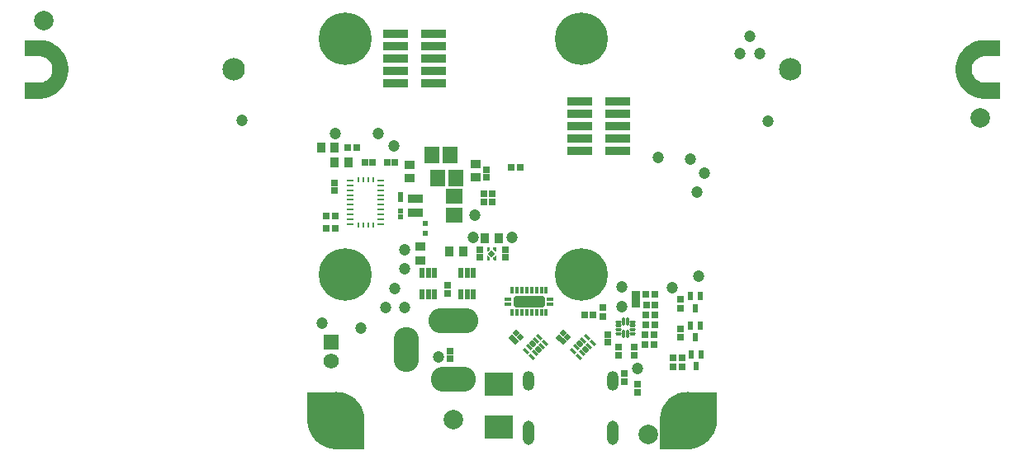
<source format=gts>
G04*
G04 #@! TF.GenerationSoftware,Altium Limited,Altium Designer,21.2.2 (38)*
G04*
G04 Layer_Color=8388736*
%FSLAX44Y44*%
%MOMM*%
G71*
G04*
G04 #@! TF.SameCoordinates,7DE52ADD-D511-46D7-88EF-845C79EBAF95*
G04*
G04*
G04 #@! TF.FilePolarity,Negative*
G04*
G01*
G75*
%ADD14C,0.1000*%
%ADD24R,0.6750X0.2500*%
%ADD25R,0.2500X0.5750*%
%ADD27R,0.1500X0.1500*%
%ADD29R,0.1500X0.1500*%
%ADD42R,0.8232X0.8232*%
%ADD43R,0.5232X0.5632*%
%ADD44R,0.9032X1.1032*%
%ADD45R,0.6532X0.7532*%
%ADD46R,1.1032X0.9032*%
%ADD47R,0.7232X0.7232*%
%ADD48R,0.7232X0.7232*%
%ADD49C,1.2032*%
%ADD50R,2.9462X2.3622*%
%ADD51C,2.0000*%
%ADD52R,1.6032X0.9532*%
%ADD53R,0.5532X1.0532*%
%ADD54P,0.8202X4X360.0*%
%ADD55R,1.7032X1.5032*%
%ADD56R,1.5032X1.7032*%
G04:AMPARAMS|DCode=57|XSize=0.3mm|YSize=0.8mm|CornerRadius=0.1mm|HoleSize=0mm|Usage=FLASHONLY|Rotation=180.000|XOffset=0mm|YOffset=0mm|HoleType=Round|Shape=RoundedRectangle|*
%AMROUNDEDRECTD57*
21,1,0.3000,0.6000,0,0,180.0*
21,1,0.1000,0.8000,0,0,180.0*
1,1,0.2000,-0.0500,0.3000*
1,1,0.2000,0.0500,0.3000*
1,1,0.2000,0.0500,-0.3000*
1,1,0.2000,-0.0500,-0.3000*
%
%ADD57ROUNDEDRECTD57*%
G04:AMPARAMS|DCode=58|XSize=0.3mm|YSize=0.6mm|CornerRadius=0.1mm|HoleSize=0mm|Usage=FLASHONLY|Rotation=270.000|XOffset=0mm|YOffset=0mm|HoleType=Round|Shape=RoundedRectangle|*
%AMROUNDEDRECTD58*
21,1,0.3000,0.4000,0,0,270.0*
21,1,0.1000,0.6000,0,0,270.0*
1,1,0.2000,-0.2000,-0.0500*
1,1,0.2000,-0.2000,0.0500*
1,1,0.2000,0.2000,0.0500*
1,1,0.2000,0.2000,-0.0500*
%
%ADD58ROUNDEDRECTD58*%
G04:AMPARAMS|DCode=59|XSize=0.39mm|YSize=0.74mm|CornerRadius=0.095mm|HoleSize=0mm|Usage=FLASHONLY|Rotation=0.000|XOffset=0mm|YOffset=0mm|HoleType=Round|Shape=RoundedRectangle|*
%AMROUNDEDRECTD59*
21,1,0.3900,0.5500,0,0,0.0*
21,1,0.2000,0.7400,0,0,0.0*
1,1,0.1900,0.1000,-0.2750*
1,1,0.1900,-0.1000,-0.2750*
1,1,0.1900,-0.1000,0.2750*
1,1,0.1900,0.1000,0.2750*
%
%ADD59ROUNDEDRECTD59*%
G04:AMPARAMS|DCode=60|XSize=0.39mm|YSize=0.74mm|CornerRadius=0.095mm|HoleSize=0mm|Usage=FLASHONLY|Rotation=270.000|XOffset=0mm|YOffset=0mm|HoleType=Round|Shape=RoundedRectangle|*
%AMROUNDEDRECTD60*
21,1,0.3900,0.5500,0,0,270.0*
21,1,0.2000,0.7400,0,0,270.0*
1,1,0.1900,-0.2750,-0.1000*
1,1,0.1900,-0.2750,0.1000*
1,1,0.1900,0.2750,0.1000*
1,1,0.1900,0.2750,-0.1000*
%
%ADD60ROUNDEDRECTD60*%
G04:AMPARAMS|DCode=61|XSize=1.14mm|YSize=3.14mm|CornerRadius=0.12mm|HoleSize=0mm|Usage=FLASHONLY|Rotation=270.000|XOffset=0mm|YOffset=0mm|HoleType=Round|Shape=RoundedRectangle|*
%AMROUNDEDRECTD61*
21,1,1.1400,2.9000,0,0,270.0*
21,1,0.9000,3.1400,0,0,270.0*
1,1,0.2400,-1.4500,-0.4500*
1,1,0.2400,-1.4500,0.4500*
1,1,0.2400,1.4500,0.4500*
1,1,0.2400,1.4500,-0.4500*
%
%ADD61ROUNDEDRECTD61*%
%ADD62R,0.7532X0.6532*%
%ADD63R,0.5032X0.9132*%
G04:AMPARAMS|DCode=64|XSize=0.34mm|YSize=0.705mm|CornerRadius=0.12mm|HoleSize=0mm|Usage=FLASHONLY|Rotation=225.000|XOffset=0mm|YOffset=0mm|HoleType=Round|Shape=RoundedRectangle|*
%AMROUNDEDRECTD64*
21,1,0.3400,0.4650,0,0,225.0*
21,1,0.1000,0.7050,0,0,225.0*
1,1,0.2400,-0.1998,0.1291*
1,1,0.2400,-0.1291,0.1998*
1,1,0.2400,0.1998,-0.1291*
1,1,0.2400,0.1291,-0.1998*
%
%ADD64ROUNDEDRECTD64*%
G04:AMPARAMS|DCode=65|XSize=0.54mm|YSize=0.705mm|CornerRadius=0.12mm|HoleSize=0mm|Usage=FLASHONLY|Rotation=225.000|XOffset=0mm|YOffset=0mm|HoleType=Round|Shape=RoundedRectangle|*
%AMROUNDEDRECTD65*
21,1,0.5400,0.4650,0,0,225.0*
21,1,0.3000,0.7050,0,0,225.0*
1,1,0.2400,-0.2705,0.0583*
1,1,0.2400,-0.0583,0.2705*
1,1,0.2400,0.2705,-0.0583*
1,1,0.2400,0.0583,-0.2705*
%
%ADD65ROUNDEDRECTD65*%
G04:AMPARAMS|DCode=66|XSize=0.5232mm|YSize=0.5632mm|CornerRadius=0mm|HoleSize=0mm|Usage=FLASHONLY|Rotation=225.000|XOffset=0mm|YOffset=0mm|HoleType=Round|Shape=Rectangle|*
%AMROTATEDRECTD66*
4,1,4,-0.0141,0.3841,0.3841,-0.0141,0.0141,-0.3841,-0.3841,0.0141,-0.0141,0.3841,0.0*
%
%ADD66ROTATEDRECTD66*%

%ADD67R,2.6032X0.9632*%
%ADD68C,5.7032*%
%ADD69O,2.6000X4.6000*%
%ADD70O,5.1000X2.6000*%
%ADD71O,4.6000X2.6000*%
%ADD72C,2.0032*%
%ADD73C,5.4000*%
%ADD74O,1.2000X2.0000*%
%ADD75O,1.2000X2.5000*%
%ADD76R,1.5712X1.5712*%
%ADD77C,1.5712*%
%ADD78C,2.3032*%
%ADD79C,0.6096*%
%ADD80C,0.6080*%
G36*
X500000Y13750D02*
X485000D01*
X483652Y13684D01*
X481009Y13158D01*
X478518Y12126D01*
X476277Y10629D01*
X474371Y8723D01*
X472874Y6482D01*
X471842Y3991D01*
X471316Y1348D01*
X471250Y0D01*
Y-0D01*
X471316Y-1348D01*
X471842Y-3992D01*
X472874Y-6482D01*
X474371Y-8723D01*
X476277Y-10629D01*
X478518Y-12126D01*
X481009Y-13158D01*
X483652Y-13684D01*
X485000Y-13750D01*
X500000D01*
Y-30000D01*
X483008D01*
X479112Y-29487D01*
X475317Y-28470D01*
X471687Y-26967D01*
X468285Y-25002D01*
X465168Y-22610D01*
X462389Y-19832D01*
X459998Y-16715D01*
X458033Y-13313D01*
X456530Y-9683D01*
X455513Y-5888D01*
X455000Y-1992D01*
Y-28D01*
Y28D01*
Y1992D01*
X455513Y5888D01*
X456530Y9683D01*
X458033Y13313D01*
X459998Y16715D01*
X462389Y19832D01*
X465168Y22610D01*
X468285Y25002D01*
X471687Y26967D01*
X475317Y28470D01*
X479112Y29487D01*
X483008Y30000D01*
X500000D01*
Y13750D01*
D02*
G37*
G36*
X-479112Y29487D02*
X-475317Y28470D01*
X-471687Y26967D01*
X-468285Y25002D01*
X-465168Y22610D01*
X-462389Y19832D01*
X-459998Y16715D01*
X-458033Y13313D01*
X-456530Y9683D01*
X-455513Y5888D01*
X-455000Y1992D01*
Y28D01*
Y-28D01*
Y-1992D01*
X-455513Y-5888D01*
X-456530Y-9683D01*
X-458033Y-13313D01*
X-459998Y-16715D01*
X-462389Y-19832D01*
X-465168Y-22610D01*
X-468285Y-25002D01*
X-471687Y-26967D01*
X-475317Y-28470D01*
X-479112Y-29487D01*
X-483008Y-30000D01*
X-500000D01*
Y-13750D01*
X-485000D01*
X-483652Y-13684D01*
X-481009Y-13158D01*
X-478518Y-12126D01*
X-476277Y-10629D01*
X-474371Y-8723D01*
X-472874Y-6482D01*
X-471842Y-3992D01*
X-471316Y-1348D01*
X-471250Y-0D01*
Y0D01*
X-471316Y1348D01*
X-471842Y3991D01*
X-472874Y6482D01*
X-474371Y8723D01*
X-476277Y10629D01*
X-478518Y12126D01*
X-481009Y13158D01*
X-483652Y13684D01*
X-485000Y13750D01*
X-500000D01*
Y30000D01*
X-483008D01*
X-479112Y29487D01*
D02*
G37*
G36*
X-16552Y-182757D02*
X-16458Y-182786D01*
X-16371Y-182832D01*
X-16295Y-182895D01*
X-16232Y-182971D01*
X-16186Y-183058D01*
X-16157Y-183152D01*
X-16148Y-183250D01*
Y-186850D01*
X-16157Y-186948D01*
X-16186Y-187042D01*
X-16232Y-187129D01*
X-16295Y-187205D01*
X-16371Y-187268D01*
X-16458Y-187314D01*
X-16552Y-187343D01*
X-16650Y-187352D01*
X-16950D01*
X-16950Y-187352D01*
X-17039Y-187344D01*
X-17048Y-187343D01*
X-17142Y-187314D01*
X-17229Y-187268D01*
X-17271Y-187233D01*
X-17305Y-187205D01*
X-17305Y-187205D01*
X-19105Y-185405D01*
X-19168Y-185329D01*
X-19214Y-185242D01*
X-19221Y-185220D01*
X-19243Y-185148D01*
X-19247Y-185099D01*
X-19252Y-185050D01*
X-19252Y-185050D01*
Y-183250D01*
X-19243Y-183152D01*
X-19214Y-183058D01*
X-19168Y-182971D01*
X-19105Y-182895D01*
X-19029Y-182832D01*
X-18942Y-182786D01*
X-18848Y-182757D01*
X-18750Y-182748D01*
X-16650D01*
X-16552Y-182757D01*
D02*
G37*
G36*
X-23052D02*
X-22958Y-182786D01*
X-22871Y-182832D01*
X-22795Y-182895D01*
X-22732Y-182971D01*
X-22686Y-183058D01*
X-22657Y-183152D01*
X-22648Y-183250D01*
Y-185050D01*
X-22648Y-185050D01*
X-22652Y-185099D01*
X-22657Y-185148D01*
X-22679Y-185220D01*
X-22686Y-185242D01*
X-22732Y-185329D01*
X-22795Y-185405D01*
X-24595Y-187205D01*
X-24595Y-187205D01*
X-24629Y-187233D01*
X-24671Y-187268D01*
X-24758Y-187314D01*
X-24852Y-187343D01*
X-24861Y-187344D01*
X-24950Y-187352D01*
X-24950Y-187352D01*
X-25250D01*
X-25348Y-187343D01*
X-25442Y-187314D01*
X-25529Y-187268D01*
X-25605Y-187205D01*
X-25668Y-187129D01*
X-25714Y-187042D01*
X-25743Y-186948D01*
X-25752Y-186850D01*
Y-183250D01*
X-25743Y-183152D01*
X-25714Y-183058D01*
X-25668Y-182971D01*
X-25605Y-182895D01*
X-25529Y-182832D01*
X-25442Y-182786D01*
X-25348Y-182757D01*
X-25250Y-182748D01*
X-23150D01*
X-23052Y-182757D01*
D02*
G37*
G36*
X-16552Y-191357D02*
X-16458Y-191386D01*
X-16371Y-191432D01*
X-16295Y-191495D01*
X-16232Y-191571D01*
X-16186Y-191658D01*
X-16157Y-191752D01*
X-16148Y-191850D01*
Y-195450D01*
X-16157Y-195548D01*
X-16186Y-195642D01*
X-16232Y-195729D01*
X-16295Y-195805D01*
X-16371Y-195868D01*
X-16458Y-195914D01*
X-16552Y-195943D01*
X-16650Y-195952D01*
X-18750D01*
X-18848Y-195943D01*
X-18942Y-195914D01*
X-19029Y-195868D01*
X-19105Y-195805D01*
X-19168Y-195729D01*
X-19214Y-195642D01*
X-19243Y-195548D01*
X-19252Y-195450D01*
Y-193650D01*
X-19252Y-193650D01*
X-19248Y-193601D01*
X-19243Y-193552D01*
X-19221Y-193480D01*
X-19214Y-193458D01*
X-19168Y-193371D01*
X-19137Y-193333D01*
X-19105Y-193295D01*
X-19105Y-193295D01*
X-17305Y-191495D01*
X-17305Y-191495D01*
X-17229Y-191432D01*
X-17142Y-191386D01*
X-17120Y-191379D01*
X-17048Y-191357D01*
X-16950Y-191348D01*
X-16650D01*
X-16552Y-191357D01*
D02*
G37*
G36*
X-24852D02*
X-24780Y-191379D01*
X-24758Y-191386D01*
X-24671Y-191432D01*
X-24595Y-191495D01*
X-24595Y-191495D01*
X-22795Y-193295D01*
X-22795Y-193295D01*
X-22764Y-193333D01*
X-22732Y-193371D01*
X-22686Y-193458D01*
X-22679Y-193480D01*
X-22657Y-193552D01*
X-22652Y-193601D01*
X-22648Y-193650D01*
X-22648Y-193650D01*
Y-195450D01*
X-22657Y-195548D01*
X-22686Y-195642D01*
X-22732Y-195729D01*
X-22795Y-195805D01*
X-22871Y-195868D01*
X-22958Y-195914D01*
X-23052Y-195943D01*
X-23150Y-195952D01*
X-25250D01*
X-25348Y-195943D01*
X-25442Y-195914D01*
X-25529Y-195868D01*
X-25605Y-195805D01*
X-25668Y-195729D01*
X-25714Y-195642D01*
X-25743Y-195548D01*
X-25752Y-195450D01*
Y-191850D01*
X-25743Y-191752D01*
X-25714Y-191658D01*
X-25668Y-191571D01*
X-25605Y-191495D01*
X-25529Y-191432D01*
X-25442Y-191386D01*
X-25348Y-191357D01*
X-25250Y-191348D01*
X-24950D01*
X-24852Y-191357D01*
D02*
G37*
G36*
X210000Y-360000D02*
X210000Y-360000D01*
X210000Y-361966D01*
X209487Y-365865D01*
X208469Y-369664D01*
X206964Y-373297D01*
X204998Y-376703D01*
X202604Y-379823D01*
X199823Y-382604D01*
X196703Y-384998D01*
X193297Y-386964D01*
X189664Y-388469D01*
X185865Y-389487D01*
X181966Y-390000D01*
X180000Y-390000D01*
X151500D01*
X151500Y-359973D01*
X151500Y-359973D01*
X151500Y-358107D01*
X151987Y-354406D01*
X152953Y-350801D01*
X154382Y-347353D01*
X156248Y-344120D01*
X158520Y-341159D01*
X161159Y-338520D01*
X164120Y-336248D01*
X167353Y-334382D01*
X170801Y-332953D01*
X174406Y-331987D01*
X178106Y-331500D01*
X179973Y-331500D01*
X210000Y-331500D01*
X210000Y-360000D01*
D02*
G37*
G36*
X-179973Y-331500D02*
X-178106Y-331500D01*
X-174406Y-331987D01*
X-170801Y-332953D01*
X-167353Y-334382D01*
X-164120Y-336248D01*
X-161159Y-338520D01*
X-158520Y-341159D01*
X-156248Y-344120D01*
X-154382Y-347353D01*
X-152953Y-350801D01*
X-151987Y-354406D01*
X-151500Y-358107D01*
X-151500Y-359973D01*
X-151500Y-359973D01*
X-151500Y-390000D01*
X-155000D01*
X-180000Y-390000D01*
X-180000Y-390000D01*
X-181966Y-390000D01*
X-185865Y-389487D01*
X-189664Y-388469D01*
X-190728Y-388028D01*
X-193297Y-386964D01*
X-196703Y-384998D01*
X-199823Y-382604D01*
X-202604Y-379823D01*
X-204998Y-376703D01*
X-206964Y-373297D01*
X-208469Y-369664D01*
X-209487Y-365865D01*
X-210000Y-361966D01*
X-210000Y-360000D01*
Y-360000D01*
X-210000Y-331500D01*
X-179973Y-331500D01*
D02*
G37*
D14*
X180000Y-360000D02*
Y-337000D01*
D24*
X-134375Y-114125D02*
D03*
Y-159125D02*
D03*
Y-154125D02*
D03*
Y-149125D02*
D03*
Y-144125D02*
D03*
Y-139125D02*
D03*
Y-134125D02*
D03*
Y-129125D02*
D03*
Y-124125D02*
D03*
Y-119125D02*
D03*
X-165625Y-114125D02*
D03*
Y-119125D02*
D03*
Y-124125D02*
D03*
Y-129125D02*
D03*
Y-134125D02*
D03*
Y-139125D02*
D03*
Y-144125D02*
D03*
Y-149125D02*
D03*
Y-154125D02*
D03*
Y-159125D02*
D03*
D25*
X-157500Y-159750D02*
D03*
X-152500D02*
D03*
X-147500D02*
D03*
X-142500D02*
D03*
Y-113500D02*
D03*
X-147500D02*
D03*
X-152500D02*
D03*
X-157500D02*
D03*
D27*
X-24250Y-184250D02*
D03*
X-17650D02*
D03*
X-24250Y-194450D02*
D03*
D29*
X-17650D02*
D03*
D42*
X126963Y-231726D02*
D03*
Y-240726D02*
D03*
D43*
X-114000Y-134100D02*
D03*
Y-128500D02*
D03*
Y-145500D02*
D03*
Y-151100D02*
D03*
D44*
X-196000Y-80000D02*
D03*
X-182000D02*
D03*
X-168000Y-96000D02*
D03*
X-182000D02*
D03*
X-13950Y-173350D02*
D03*
X-27950D02*
D03*
X-64000Y-187000D02*
D03*
X-50000D02*
D03*
D45*
X-159500Y-80000D02*
D03*
X-168500D02*
D03*
X-181500Y-163000D02*
D03*
X-190500D02*
D03*
X-181500Y-151000D02*
D03*
X-190500D02*
D03*
X8500Y-100380D02*
D03*
X-500D02*
D03*
X136999Y-262498D02*
D03*
X145999D02*
D03*
X145499Y-272499D02*
D03*
X136499D02*
D03*
X136999Y-252498D02*
D03*
X145999D02*
D03*
X145499Y-282499D02*
D03*
X136499D02*
D03*
X83237Y-252616D02*
D03*
X74237D02*
D03*
X146500Y-231000D02*
D03*
X137500D02*
D03*
D46*
X-105001Y-98000D02*
D03*
Y-112000D02*
D03*
X-94000Y-196000D02*
D03*
Y-182000D02*
D03*
X-37000Y-111000D02*
D03*
Y-97000D02*
D03*
D47*
X-182000Y-124500D02*
D03*
Y-116500D02*
D03*
X-66000Y-222000D02*
D03*
Y-230000D02*
D03*
X-7000Y-193000D02*
D03*
Y-185000D02*
D03*
X-32950Y-185350D02*
D03*
Y-193350D02*
D03*
X-26000Y-103000D02*
D03*
Y-111000D02*
D03*
X-20000Y-136000D02*
D03*
Y-128000D02*
D03*
X-29000Y-136000D02*
D03*
Y-128000D02*
D03*
X98506Y-272387D02*
D03*
Y-280387D02*
D03*
X-63192Y-297402D02*
D03*
Y-289402D02*
D03*
D48*
X-143000Y-96000D02*
D03*
X-151000D02*
D03*
X-128000D02*
D03*
X-120000D02*
D03*
X137999Y-242499D02*
D03*
X145999D02*
D03*
D49*
X-194424Y-260500D02*
D03*
X-155000Y-265776D02*
D03*
X-137000Y-66000D02*
D03*
X-277000Y-52500D02*
D03*
X244000Y34000D02*
D03*
X149778Y-90273D02*
D03*
X254000Y16000D02*
D03*
X234000D02*
D03*
X262310Y-53000D02*
D03*
X183000Y-92000D02*
D03*
X196871Y-106567D02*
D03*
X190000Y-126000D02*
D03*
X-121000Y-79000D02*
D03*
X-181000Y-66000D02*
D03*
X-130000Y-245000D02*
D03*
X-120000Y-225000D02*
D03*
X-110000Y-205000D02*
D03*
X-39449Y-172798D02*
D03*
X-38000Y-150000D02*
D03*
X0Y-173000D02*
D03*
X-75739Y-295423D02*
D03*
X-110000Y-245000D02*
D03*
Y-185000D02*
D03*
X112482Y-243716D02*
D03*
X129000Y-307467D02*
D03*
X112482Y-223200D02*
D03*
X191194Y-212811D02*
D03*
X164000Y-224000D02*
D03*
D50*
X-13462Y-323594D02*
D03*
Y-367794D02*
D03*
D51*
X140000Y-375000D02*
D03*
X-480000Y50000D02*
D03*
X480000Y-50000D02*
D03*
D52*
X-98750Y-132750D02*
D03*
Y-147350D02*
D03*
D53*
X-52500Y-231000D02*
D03*
X-46000D02*
D03*
X-39500D02*
D03*
Y-209000D02*
D03*
X-46000D02*
D03*
X-52500D02*
D03*
X-92500Y-231000D02*
D03*
X-86000D02*
D03*
X-79500D02*
D03*
Y-209000D02*
D03*
X-86000D02*
D03*
X-92500D02*
D03*
D54*
X-20950Y-189350D02*
D03*
D55*
X-59000Y-130500D02*
D03*
Y-149500D02*
D03*
D56*
X-57500Y-112000D02*
D03*
X-76500D02*
D03*
X-63500Y-88000D02*
D03*
X-82500D02*
D03*
D57*
X114249Y-271998D02*
D03*
X118249D02*
D03*
Y-258998D02*
D03*
X114249D02*
D03*
D58*
X123748Y-271498D02*
D03*
Y-267498D02*
D03*
Y-263498D02*
D03*
Y-259498D02*
D03*
X108748D02*
D03*
Y-263498D02*
D03*
Y-267498D02*
D03*
Y-271498D02*
D03*
D59*
X30000Y-250000D02*
D03*
X35000D02*
D03*
X10000D02*
D03*
X15000D02*
D03*
X20000D02*
D03*
X25000D02*
D03*
X0D02*
D03*
X5000D02*
D03*
X0Y-227000D02*
D03*
X15000D02*
D03*
X20000D02*
D03*
X35000D02*
D03*
X10000D02*
D03*
X5000D02*
D03*
X30000D02*
D03*
X25000D02*
D03*
D60*
X39000Y-236000D02*
D03*
Y-241000D02*
D03*
X-4000D02*
D03*
Y-236000D02*
D03*
D61*
X17500Y-238500D02*
D03*
D62*
X173000Y-236500D02*
D03*
Y-245500D02*
D03*
Y-266500D02*
D03*
Y-275500D02*
D03*
X174000Y-296500D02*
D03*
Y-305500D02*
D03*
X165000Y-296500D02*
D03*
Y-305500D02*
D03*
X125000Y-285000D02*
D03*
Y-294000D02*
D03*
X109000Y-285000D02*
D03*
Y-294000D02*
D03*
X129000Y-332000D02*
D03*
Y-323000D02*
D03*
X115000Y-321000D02*
D03*
Y-312000D02*
D03*
X93432Y-244681D02*
D03*
Y-253681D02*
D03*
D63*
X188000Y-245100D02*
D03*
X183000Y-232900D02*
D03*
X193000D02*
D03*
X188000Y-275100D02*
D03*
X183000Y-262900D02*
D03*
X193000D02*
D03*
X189000Y-305100D02*
D03*
X184000Y-292900D02*
D03*
X194000D02*
D03*
D64*
X28119Y-274977D02*
D03*
X24583Y-278512D02*
D03*
X17512Y-285583D02*
D03*
X13977Y-289119D02*
D03*
X19881Y-295023D02*
D03*
X23417Y-291488D02*
D03*
X30488Y-284417D02*
D03*
X34023Y-280881D02*
D03*
X76619Y-274977D02*
D03*
X73083Y-278512D02*
D03*
X66012Y-285583D02*
D03*
X62477Y-289119D02*
D03*
X68381Y-295023D02*
D03*
X71917Y-291488D02*
D03*
X78988Y-284417D02*
D03*
X82523Y-280881D02*
D03*
D65*
X21048Y-282048D02*
D03*
X26952Y-287952D02*
D03*
X69548Y-282048D02*
D03*
X75452Y-287952D02*
D03*
D66*
X-391Y-275596D02*
D03*
X3568Y-279556D02*
D03*
X4109Y-271096D02*
D03*
X8068Y-275056D02*
D03*
X48194Y-275682D02*
D03*
X52154Y-279641D02*
D03*
X52694Y-271182D02*
D03*
X56654Y-275141D02*
D03*
D67*
X69281Y-32665D02*
D03*
X108281D02*
D03*
X69281D02*
D03*
Y-45365D02*
D03*
Y-58065D02*
D03*
Y-70765D02*
D03*
Y-83465D02*
D03*
X108281Y-32665D02*
D03*
Y-45365D02*
D03*
Y-58065D02*
D03*
Y-70765D02*
D03*
Y-83465D02*
D03*
X-80320Y-14272D02*
D03*
Y-1572D02*
D03*
Y11128D02*
D03*
Y23828D02*
D03*
Y36528D02*
D03*
X-119320Y-14272D02*
D03*
Y-1572D02*
D03*
Y11128D02*
D03*
Y23828D02*
D03*
Y36528D02*
D03*
X-80320D02*
D03*
X-119320D02*
D03*
D68*
X180000Y-360000D02*
D03*
X-180000D02*
D03*
D69*
X-108250Y-287750D02*
D03*
D70*
X-60000Y-258000D02*
D03*
D71*
X-60000Y-318000D02*
D03*
D72*
X-60000Y-359750D02*
D03*
D73*
X71000Y-211000D02*
D03*
X-171000D02*
D03*
Y31000D02*
D03*
X71000D02*
D03*
D74*
X103200Y-319600D02*
D03*
X16800D02*
D03*
D75*
X103200Y-373200D02*
D03*
X16800D02*
D03*
D76*
X-185500Y-280000D02*
D03*
D77*
Y-300000D02*
D03*
D78*
X285000Y0D02*
D03*
X-285000D02*
D03*
D79*
X-89000Y-168000D02*
D03*
Y-158000D02*
D03*
D80*
X50250Y-211000D02*
D03*
X91750D02*
D03*
X71000Y-231750D02*
D03*
Y-190250D02*
D03*
X-191750Y-211000D02*
D03*
X-150250D02*
D03*
X-171000Y-231750D02*
D03*
Y-190250D02*
D03*
X-156328Y45672D02*
D03*
X-185672Y16328D02*
D03*
Y45672D02*
D03*
X-156328Y16328D02*
D03*
X85672Y45672D02*
D03*
X56328Y16328D02*
D03*
Y45672D02*
D03*
X85672Y16328D02*
D03*
M02*

</source>
